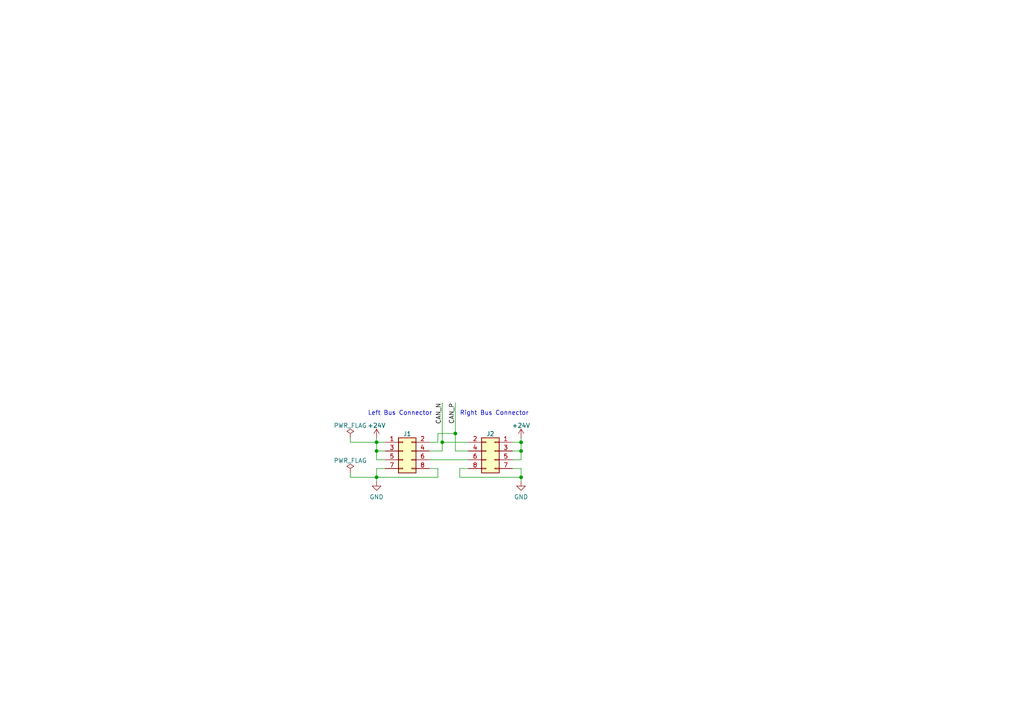
<source format=kicad_sch>
(kicad_sch (version 20211123) (generator eeschema)
  (paper "A4")
  (lib_symbols
    (symbol "Connector_Generic:Conn_02x04_Odd_Even" (pin_names (offset 1.016) hide)
      (property "Reference" "J" (at 1.27 5.08 0))
      (property "Value" "Conn_02x04_Odd_Even" (at 1.27 -7.62 0))
      (symbol "Conn_02x04_Odd_Even_1_1"
        (rectangle (start -1.27 -4.953) (end 0 -5.207) (stroke (width 0.1524)))
        (rectangle (start -1.27 -2.413) (end 0 -2.667) (stroke (width 0.1524)))
        (rectangle (start -1.27 0.127) (end 0 -0.127) (stroke (width 0.1524)))
        (rectangle (start -1.27 2.667) (end 0 2.413) (stroke (width 0.1524)))
        (rectangle (start -1.27 3.81) (end 3.81 -6.35) (stroke (width 0.254)) (fill (type background)))
        (rectangle (start 3.81 -4.953) (end 2.54 -5.207) (stroke (width 0.1524)))
        (rectangle (start 3.81 -2.413) (end 2.54 -2.667) (stroke (width 0.1524)))
        (rectangle (start 3.81 0.127) (end 2.54 -0.127) (stroke (width 0.1524)))
        (rectangle (start 3.81 2.667) (end 2.54 2.413) (stroke (width 0.1524)))
        (pin passive line (at -5.08 2.54 0) (length 3.81) (name "Pin_1") (number "1"))
        (pin passive line (at 7.62 2.54 180) (length 3.81) (name "Pin_2") (number "2"))
        (pin passive line (at -5.08 0 0) (length 3.81) (name "Pin_3") (number "3"))
        (pin passive line (at 7.62 0 180) (length 3.81) (name "Pin_4") (number "4"))
        (pin passive line (at -5.08 -2.54 0) (length 3.81) (name "Pin_5") (number "5"))
        (pin passive line (at 7.62 -2.54 180) (length 3.81) (name "Pin_6") (number "6"))
        (pin passive line (at -5.08 -5.08 0) (length 3.81) (name "Pin_7") (number "7"))
        (pin passive line (at 7.62 -5.08 180) (length 3.81) (name "Pin_8") (number "8"))
      )
    )
    (symbol "power:+24V" (power) (pin_numbers hide) (pin_names (offset 0) hide)
      (property "Value" "+24V" (at 0 3.556 0))
      (symbol "+24V_0_1"
        (polyline (pts (xy -0.762 1.27) (xy 0 2.54)))
        (polyline (pts (xy 0 0) (xy 0 2.54)))
        (polyline (pts (xy 0 2.54) (xy 0.762 1.27)))
      )
      (symbol "+24V_1_1"
        (pin power_in line (at 0 0 90) (length 0) hide (name "+24V") (number "1"))
      )
    )
    (symbol "power:GND" (power) (pin_numbers hide) (pin_names (offset 0) hide)
      (property "Value" "GND" (at 0 -3.81 0))
      (symbol "GND_0_1"
        (polyline (pts (xy 0 0) (xy 0 -1.27) (xy 1.27 -1.27) (xy 0 -2.54) (xy -1.27 -1.27) (xy 0 -1.27)))
      )
      (symbol "GND_1_1"
        (pin power_in line (at 0 0 270) (length 0) hide (name "GND") (number "1"))
      )
    )
    (symbol "power:PWR_FLAG" (power) (pin_numbers hide) (pin_names (offset 0) hide)
      (property "Value" "PWR_FLAG" (at 0 3.81 0))
      (symbol "PWR_FLAG_0_0"
        (pin power_out line (at 0 0 90) (length 0) (name "pwr") (number "1"))
      )
      (symbol "PWR_FLAG_0_1"
        (polyline (pts (xy 0 0) (xy 0 1.27) (xy -1.016 1.905) (xy 0 2.54) (xy 1.016 1.905) (xy 0 1.27)))
      )
    )
  )
  (junction (at 128.27 128.27))
  (junction (at 109.22 128.27))
  (junction (at 109.22 130.81))
  (junction (at 151.13 128.27))
  (junction (at 151.13 130.81))
  (junction (at 109.22 138.43))
  (junction (at 132.08 125.73))
  (junction (at 151.13 138.43))
  (wire (pts (xy 148.59 133.35) (xy 151.13 133.35)))
  (wire (pts (xy 128.27 128.27) (xy 135.89 128.27)))
  (wire (pts (xy 132.08 125.73) (xy 127 125.73)))
  (wire (pts (xy 124.46 128.27) (xy 127 128.27)))
  (wire (pts (xy 133.35 135.89) (xy 135.89 135.89)))
  (wire (pts (xy 124.46 133.35) (xy 135.89 133.35)))
  (wire (pts (xy 111.76 128.27) (xy 109.22 128.27)))
  (wire (pts (xy 128.27 130.81) (xy 124.46 130.81)))
  (wire (pts (xy 109.22 138.43) (xy 109.22 139.7)))
  (wire (pts (xy 133.35 135.89) (xy 133.35 138.43)))
  (wire (pts (xy 151.13 130.81) (xy 151.13 128.27)))
  (wire (pts (xy 148.59 128.27) (xy 151.13 128.27)))
  (wire (pts (xy 151.13 135.89) (xy 151.13 138.43)))
  (wire (pts (xy 101.6 138.43) (xy 109.22 138.43)))
  (wire (pts (xy 111.76 130.81) (xy 109.22 130.81)))
  (wire (pts (xy 128.27 128.27) (xy 128.27 130.81)))
  (wire (pts (xy 127 135.89) (xy 124.46 135.89)))
  (wire (pts (xy 109.22 128.27) (xy 109.22 127)))
  (wire (pts (xy 101.6 128.27) (xy 109.22 128.27)))
  (wire (pts (xy 127 128.27) (xy 127 125.73)))
  (wire (pts (xy 151.13 130.81) (xy 151.13 133.35)))
  (wire (pts (xy 101.6 137.16) (xy 101.6 138.43)))
  (wire (pts (xy 133.35 138.43) (xy 151.13 138.43)))
  (wire (pts (xy 109.22 130.81) (xy 109.22 128.27)))
  (wire (pts (xy 109.22 138.43) (xy 127 138.43)))
  (wire (pts (xy 111.76 135.89) (xy 109.22 135.89)))
  (wire (pts (xy 127 138.43) (xy 127 135.89)))
  (wire (pts (xy 151.13 135.89) (xy 148.59 135.89)))
  (wire (pts (xy 109.22 130.81) (xy 109.22 133.35)))
  (wire (pts (xy 101.6 127) (xy 101.6 128.27)))
  (wire (pts (xy 132.08 130.81) (xy 135.89 130.81)))
  (wire (pts (xy 109.22 135.89) (xy 109.22 138.43)))
  (wire (pts (xy 132.08 116.84) (xy 132.08 125.73)))
  (wire (pts (xy 109.22 133.35) (xy 111.76 133.35)))
  (wire (pts (xy 132.08 125.73) (xy 132.08 130.81)))
  (wire (pts (xy 148.59 130.81) (xy 151.13 130.81)))
  (wire (pts (xy 128.27 116.84) (xy 128.27 128.27)))
  (wire (pts (xy 151.13 138.43) (xy 151.13 139.7)))
  (wire (pts (xy 151.13 128.27) (xy 151.13 127)))
  (text "Left Bus Connector" (at 106.68 120.65 0) (effects (font (size 1.27 1.27)) (justify left bottom)))
  (text "Right Bus Connector" (at 133.35 120.65 0) (effects (font (size 1.27 1.27)) (justify left bottom)))
  (label "CAN_N" (at 128.27 116.84 270))
  (label "CAN_P" (at 132.08 116.84 270))
  (symbol (lib_id "Connector_Generic:Conn_02x04_Odd_Even") (at 116.84 130.81 0) (unit 1)
    (property "Reference" "J1" (at 118.11 125.8372 0))
    (property "Value" "Conn_02x04_Odd_Even" (effects hide))
    (property "Footprint" "Connector_PinSocket_2.54mm:PinSocket_2x04_P2.54mm_Vertical" (effects hide))
  )
  (symbol (lib_id "power:GND") (at 109.22 139.7 0) (unit 1)
    (property "Reference" "#PWR02" (effects hide))
    (property "Value" "GND" (at 109.22 144.1434 0))
  )
  (symbol (lib_id "power:PWR_FLAG") (at 101.6 137.16 0) (unit 1)
    (property "Reference" "#FLG?" (effects hide))
    (property "Value" "PWR_FLAG" (at 101.6 133.5842 0))
  )
  (symbol (lib_id "power:+24V") (at 151.13 127 0) (mirror y) (unit 1)
    (property "Reference" "#PWR03" (effects hide))
    (property "Value" "+24V" (at 151.13 123.4242 0))
  )
  (symbol (lib_id "power:+24V") (at 109.22 127 0) (unit 1)
    (property "Reference" "#PWR01" (effects hide))
    (property "Value" "+24V" (at 109.22 123.4242 0))
  )
  (symbol (lib_id "Connector_Generic:Conn_02x04_Odd_Even") (at 143.51 130.81 0) (mirror y) (unit 1)
    (property "Reference" "J2" (at 142.24 125.8372 0))
    (property "Value" "Conn_02x04_Odd_Even" (effects hide))
    (property "Footprint" "Connector_PinSocket_2.54mm:PinSocket_2x04_P2.54mm_Vertical" (effects hide))
  )
  (symbol (lib_id "power:GND") (at 151.13 139.7 0) (mirror y) (unit 1)
    (property "Reference" "#PWR04" (effects hide))
    (property "Value" "GND" (at 151.13 144.1434 0))
  )
  (symbol (lib_id "power:PWR_FLAG") (at 101.6 127 0) (unit 1)
    (property "Reference" "#FLG?" (effects hide))
    (property "Value" "PWR_FLAG" (at 101.6 123.4242 0))
  )
)
</source>
